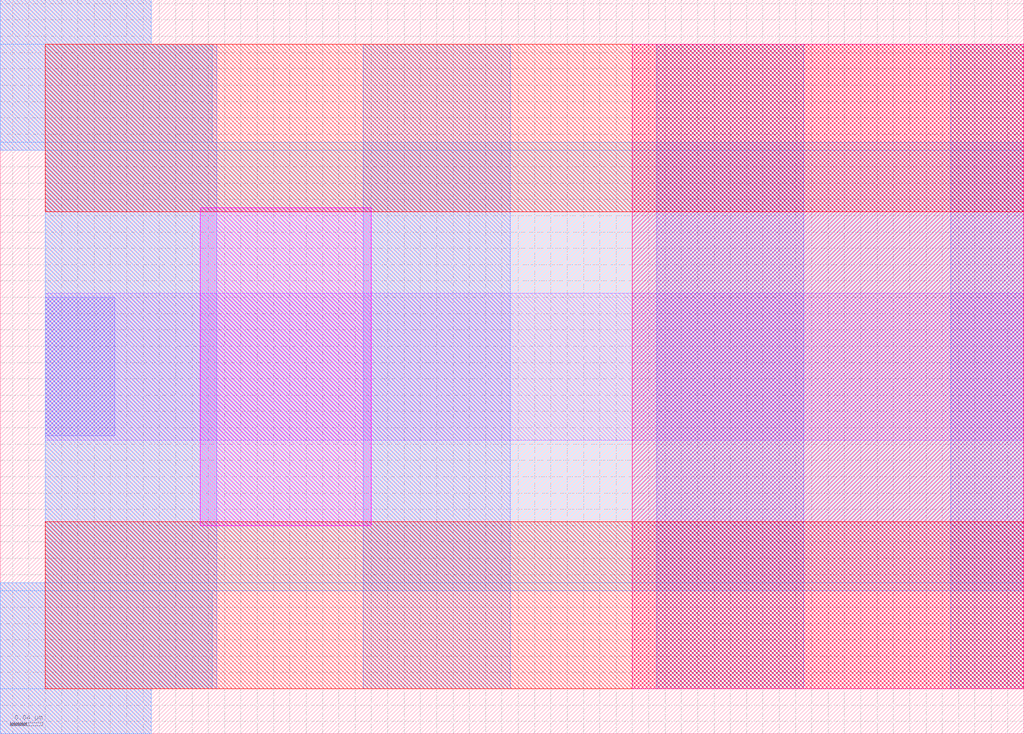
<source format=lef>
# Copyright 2020 The SkyWater PDK Authors
#
# Licensed under the Apache License, Version 2.0 (the "License");
# you may not use this file except in compliance with the License.
# You may obtain a copy of the License at
#
#     https://www.apache.org/licenses/LICENSE-2.0
#
# Unless required by applicable law or agreed to in writing, software
# distributed under the License is distributed on an "AS IS" BASIS,
# WITHOUT WARRANTIES OR CONDITIONS OF ANY KIND, either express or implied.
# See the License for the specific language governing permissions and
# limitations under the License.
#
# SPDX-License-Identifier: Apache-2.0

VERSION 5.7 ;
  NOWIREEXTENSIONATPIN ON ;
  DIVIDERCHAR "/" ;
  BUSBITCHARS "[]" ;
MACRO sky130_fd_bd_sram__sram_dp_horstrap_half5
  CLASS BLOCK ;
  FOREIGN sky130_fd_bd_sram__sram_dp_horstrap_half5 ;
  ORIGIN  0.055000  0.055000 ;
  SIZE  1.255000 BY  0.900000 ;
  OBS
    LAYER li1 ;
      RECT 0.000000 0.305000 1.200000 0.485000 ;
    LAYER mcon ;
      RECT 0.000000 0.310000 0.085000 0.480000 ;
    LAYER met1 ;
      RECT -0.055000 -0.055000 0.130000 0.000000 ;
      RECT -0.055000  0.000000 0.210000 0.130000 ;
      RECT -0.055000  0.660000 0.210000 0.790000 ;
      RECT -0.055000  0.790000 0.130000 0.845000 ;
      RECT  0.000000  0.130000 0.210000 0.660000 ;
      RECT  0.390000  0.000000 0.570000 0.790000 ;
      RECT  0.750000  0.000000 0.930000 0.790000 ;
      RECT  1.110000  0.000000 1.200000 0.790000 ;
    LAYER met2 ;
      RECT -0.055000 -0.055000 0.130000 0.000000 ;
      RECT -0.055000  0.000000 0.205000 0.120000 ;
      RECT -0.055000  0.120000 1.200000 0.130000 ;
      RECT -0.055000  0.660000 1.200000 0.670000 ;
      RECT -0.055000  0.670000 0.205000 0.790000 ;
      RECT -0.055000  0.790000 0.130000 0.845000 ;
      RECT  0.000000  0.130000 1.200000 0.660000 ;
    LAYER met3 ;
      RECT 0.000000 0.000000 1.200000 0.205000 ;
      RECT 0.000000 0.585000 1.200000 0.790000 ;
    LAYER nwell ;
      RECT 0.720000 0.000000 1.200000 0.790000 ;
    LAYER pwell ;
      RECT 0.190000 0.200000 0.400000 0.590000 ;
  END
END sky130_fd_bd_sram__sram_dp_horstrap_half5
END LIBRARY

</source>
